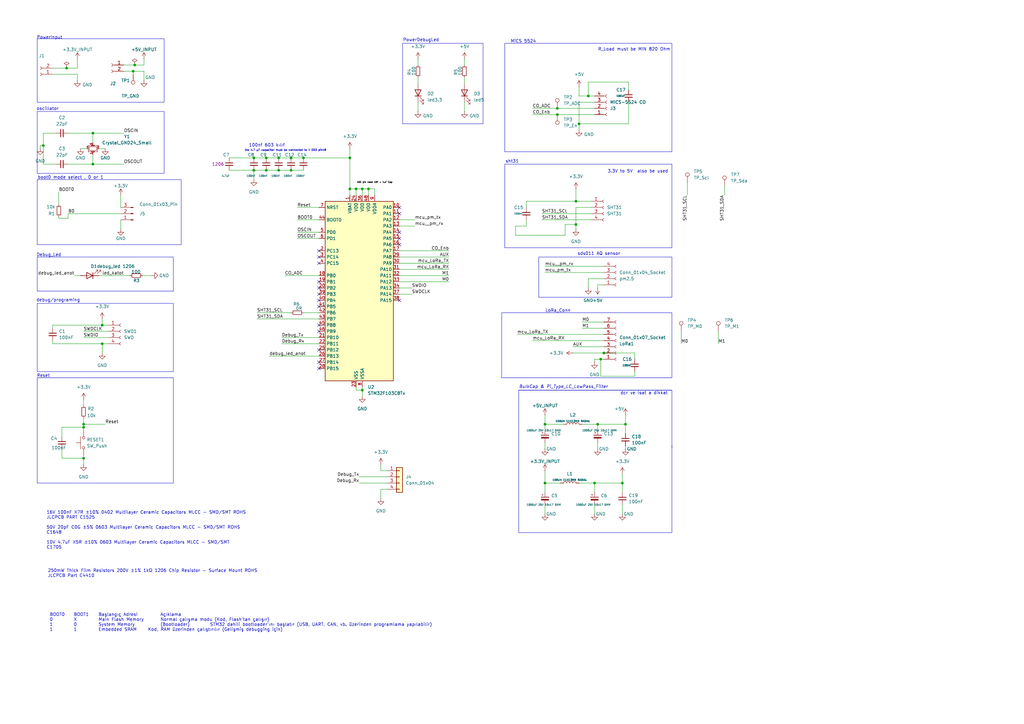
<source format=kicad_sch>
(kicad_sch (version 20250114) (generator "eeschema") (generator_version "9.0")
  (paper "A3")
  (title_block (title "LoRa_Air_Quality_Sensor") (company "Şükrü Demirci / Eren Gültekin") (comment 1 "Tasarım Projesi"))
  (lib_symbols
    (symbol "Connector:Conn_01x02_Socket" (pin_names (offset 1.016) (hide yes))
      (property "Reference" "J" (at 0 2.54 0))
      (property "Value" "Conn_01x02_Socket" (at 0 -5.08 0))
      (symbol "Conn_01x02_Socket_1_1"
        (pin passive line (at -5.08 0 0) (length 3.81) (name "Pin_1") (number "1"))
        (pin passive line (at -5.08 -2.54 0) (length 3.81) (name "Pin_2") (number "2"))
      )
    )
    (symbol "Connector:Conn_01x03_Pin" (pin_names (offset 1.016) (hide yes))
      (property "Reference" "J" (at 0 5.08 0))
      (property "Value" "Conn_01x03_Pin" (at 0 -5.08 0))
      (symbol "Conn_01x03_Pin_1_1"
        (pin passive line (at 5.08 2.54 180) (length 3.81) (name "Pin_1") (number "1"))
        (pin passive line (at 5.08 0 180) (length 3.81) (name "Pin_2") (number "2"))
        (pin passive line (at 5.08 -2.54 180) (length 3.81) (name "Pin_3") (number "3"))
      )
    )
    (symbol "Connector:Conn_01x04_Socket" (pin_names (offset 1.016) (hide yes))
      (property "Reference" "J" (at 0 5.08 0))
      (property "Value" "Conn_01x04_Socket" (at 0 -7.62 0))
      (symbol "Conn_01x04_Socket_1_1"
        (pin passive line (at -5.08 2.54 0) (length 3.81) (name "Pin_1") (number "1"))
        (pin passive line (at -5.08 0 0) (length 3.81) (name "Pin_2") (number "2"))
        (pin passive line (at -5.08 -2.54 0) (length 3.81) (name "Pin_3") (number "3"))
        (pin passive line (at -5.08 -5.08 0) (length 3.81) (name "Pin_4") (number "4"))
      )
    )
    (symbol "Connector:Conn_01x07_Socket" (pin_names (offset 1.016) (hide yes))
      (property "Reference" "J" (at 0 10.16 0))
      (property "Value" "Conn_01x07_Socket" (at 0 -10.16 0))
      (symbol "Conn_01x07_Socket_1_1"
        (pin passive line (at -5.08 7.62 0) (length 3.81) (name "Pin_1") (number "1"))
        (pin passive line (at -5.08 5.08 0) (length 3.81) (name "Pin_2") (number "2"))
        (pin passive line (at -5.08 2.54 0) (length 3.81) (name "Pin_3") (number "3"))
        (pin passive line (at -5.08 0 0) (length 3.81) (name "Pin_4") (number "4"))
        (pin passive line (at -5.08 -2.54 0) (length 3.81) (name "Pin_5") (number "5"))
        (pin passive line (at -5.08 -5.08 0) (length 3.81) (name "Pin_6") (number "6"))
        (pin passive line (at -5.08 -7.62 0) (length 3.81) (name "Pin_7") (number "7"))
      )
    )
    (symbol "Connector:TestPoint" (pin_numbers (hide yes)) (pin_names (offset 0.762) (hide yes))
      (property "Reference" "TP" (at 0 6.858 0))
      (property "Value" "TestPoint" (at 0 5.08 0))
      (symbol "TestPoint_1_1"
        (pin passive line (at 0 0 90) (length 2.54) (name "1") (number "1"))
      )
    )
    (symbol "Connector_Generic:Conn_01x04" (pin_names (offset 1.016) (hide yes))
      (property "Reference" "J" (at 0 5.08 0))
      (property "Value" "Conn_01x04" (at 0 -7.62 0))
      (symbol "Conn_01x04_1_1"
        (pin passive line (at -5.08 2.54 0) (length 3.81) (name "Pin_1") (number "1"))
        (pin passive line (at -5.08 0 0) (length 3.81) (name "Pin_2") (number "2"))
        (pin passive line (at -5.08 -2.54 0) (length 3.81) (name "Pin_3") (number "3"))
        (pin passive line (at -5.08 -5.08 0) (length 3.81) (name "Pin_4") (number "4"))
      )
    )
    (symbol "Device:C_Polarized_Small" (pin_numbers (hide yes)) (pin_names (offset 0.254) (hide yes))
      (property "Reference" "C" (at 0.254 1.778 0))
      (property "Value" "C_Polarized_Small" (at 0.254 -2.032 0))
      (symbol "C_Polarized_Small_1_1"
        (pin passive line (at 0 2.54 270) (length 1.8542) (name "~") (number "1"))
        (pin passive line (at 0 -2.54 90) (length 1.8542) (name "~") (number "2"))
      )
    )
    (symbol "Device:C_Small" (pin_numbers (hide yes)) (pin_names (offset 0.254) (hide yes))
      (property "Reference" "C" (at 0.254 1.778 0))
      (property "Value" "C_Small" (at 0.254 -2.032 0))
      (symbol "C_Small_1_1"
        (pin passive line (at 0 2.54 270) (length 2.032) (name "~") (number "1"))
        (pin passive line (at 0 -2.54 90) (length 2.032) (name "~") (number "2"))
      )
    )
    (symbol "Device:Crystal_GND24_Small" (pin_names (offset 1.016) (hide yes))
      (property "Reference" "Y" (at 1.27 4.445 0))
      (property "Value" "Crystal_GND24_Small" (at 1.27 2.54 0))
      (symbol "Crystal_GND24_Small_1_1"
        (pin passive line (at -2.54 0 0) (length 1.27) (name "1") (number "1"))
        (pin passive line (at 0 2.54 270) (length 0.635) (name "4") (number "4"))
        (pin passive line (at 0 -2.54 90) (length 0.635) (name "2") (number "2"))
        (pin passive line (at 2.54 0 180) (length 1.27) (name "3") (number "3"))
      )
    )
    (symbol "Device:L" (pin_numbers (hide yes)) (pin_names (offset 1.016) (hide yes))
      (property "Reference" "L" (at -1.27 0 90))
      (property "Value" "L" (at 1.905 0 90))
      (symbol "L_1_1"
        (pin passive line (at 0 3.81 270) (length 1.27) (name "1") (number "1"))
        (pin passive line (at 0 -3.81 90) (length 1.27) (name "2") (number "2"))
      )
    )
    (symbol "Device:LED" (pin_numbers (hide yes)) (pin_names (offset 1.016) (hide yes))
      (property "Reference" "D" (at 0 2.54 0))
      (property "Value" "LED" (at 0 -2.54 0))
      (symbol "LED_1_1"
        (pin passive line (at -3.81 0 0) (length 2.54) (name "K") (number "1"))
        (pin passive line (at 3.81 0 180) (length 2.54) (name "A") (number "2"))
      )
    )
    (symbol "Device:R_Small" (pin_numbers (hide yes)) (pin_names (offset 0.254) (hide yes))
      (property "Reference" "R" (at 0.762 0.508 0))
      (property "Value" "R_Small" (at 0.762 -1.016 0))
      (symbol "R_Small_1_1"
        (pin passive line (at 0 2.54 270) (length 0.762) (name "~") (number "1"))
        (pin passive line (at 0 -2.54 90) (length 0.762) (name "~") (number "2"))
      )
    )
    (symbol "MCU_ST_STM32F1:STM32F103C8Tx"
      (property "Reference" "U" (at -12.7 39.37 0))
      (property "Value" "STM32F103C8Tx" (at 10.16 39.37 0))
      (symbol "STM32F103C8Tx_1_1"
        (pin input line (at -15.24 35.56 0) (length 2.54) (name "NRST") (number "7"))
        (pin input line (at -15.24 30.48 0) (length 2.54) (name "BOOT0") (number "44"))
        (pin bidirectional line (at -15.24 25.4 0) (length 2.54) (name "PD0") (number "5"))
        (pin bidirectional line (at -15.24 22.86 0) (length 2.54) (name "PD1") (number "6"))
        (pin bidirectional line (at -15.24 17.78 0) (length 2.54) (name "PC13") (number "2"))
        (pin bidirectional line (at -15.24 15.24 0) (length 2.54) (name "PC14") (number "3"))
        (pin bidirectional line (at -15.24 12.7 0) (length 2.54) (name "PC15") (number "4"))
        (pin bidirectional line (at -15.24 7.62 0) (length 2.54) (name "PB0") (number "18"))
        (pin bidirectional line (at -15.24 5.08 0) (length 2.54) (name "PB1") (number "19"))
        (pin bidirectional line (at -15.24 2.54 0) (length 2.54) (name "PB2") (number "20"))
        (pin bidirectional line (at -15.24 0 0) (length 2.54) (name "PB3") (number "39"))
        (pin bidirectional line (at -15.24 -2.54 0) (length 2.54) (name "PB4") (number "40"))
        (pin bidirectional line (at -15.24 -5.08 0) (length 2.54) (name "PB5") (number "41"))
        (pin bidirectional line (at -15.24 -7.62 0) (length 2.54) (name "PB6") (number "42"))
        (pin bidirectional line (at -15.24 -10.16 0) (length 2.54) (name "PB7") (number "43"))
        (pin bidirectional line (at -15.24 -12.7 0) (length 2.54) (name "PB8") (number "45"))
        (pin bidirectional line (at -15.24 -15.24 0) (length 2.54) (name "PB9") (number "46"))
        (pin bidirectional line (at -15.24 -17.78 0) (length 2.54) (name "PB10") (number "21"))
        (pin bidirectional line (at -15.24 -20.32 0) (length 2.54) (name "PB11") (number "22"))
        (pin bidirectional line (at -15.24 -22.86 0) (length 2.54) (name "PB12") (number "25"))
        (pin bidirectional line (at -15.24 -25.4 0) (length 2.54) (name "PB13") (number "26"))
        (pin bidirectional line (at -15.24 -27.94 0) (length 2.54) (name "PB14") (number "27"))
        (pin bidirectional line (at -15.24 -30.48 0) (length 2.54) (name "PB15") (number "28"))
        (pin power_in line (at -2.54 40.64 270) (length 2.54) (name "VBAT") (number "1"))
        (pin power_in line (at 0 40.64 270) (length 2.54) (name "VDD") (number "24"))
        (pin power_in line (at 0 -38.1 90) (length 2.54) (name "VSS") (number "23"))
        (pin passive line (at 0 -38.1 90) (length 2.54) (hide yes) (name "VSS") (number "35"))
        (pin passive line (at 0 -38.1 90) (length 2.54) (hide yes) (name "VSS") (number "47"))
        (pin power_in line (at 2.54 40.64 270) (length 2.54) (name "VDD") (number "36"))
        (pin power_in line (at 2.54 -38.1 90) (length 2.54) (name "VSSA") (number "8"))
        (pin power_in line (at 5.08 40.64 270) (length 2.54) (name "VDD") (number "48"))
        (pin power_in line (at 7.62 40.64 270) (length 2.54) (name "VDDA") (number "9"))
        (pin bidirectional line (at 17.78 35.56 180) (length 2.54) (name "PA0") (number "10"))
        (pin bidirectional line (at 17.78 33.02 180) (length 2.54) (name "PA1") (number "11"))
        (pin bidirectional line (at 17.78 30.48 180) (length 2.54) (name "PA2") (number "12"))
        (pin bidirectional line (at 17.78 27.94 180) (length 2.54) (name "PA3") (number "13"))
        (pin bidirectional line (at 17.78 25.4 180) (length 2.54) (name "PA4") (number "14"))
        (pin bidirectional line (at 17.78 22.86 180) (length 2.54) (name "PA5") (number "15"))
        (pin bidirectional line (at 17.78 20.32 180) (length 2.54) (name "PA6") (number "16"))
        (pin bidirectional line (at 17.78 17.78 180) (length 2.54) (name "PA7") (number "17"))
        (pin bidirectional line (at 17.78 15.24 180) (length 2.54) (name "PA8") (number "29"))
        (pin bidirectional line (at 17.78 12.7 180) (length 2.54) (name "PA9") (number "30"))
        (pin bidirectional line (at 17.78 10.16 180) (length 2.54) (name "PA10") (number "31"))
        (pin bidirectional line (at 17.78 7.62 180) (length 2.54) (name "PA11") (number "32"))
        (pin bidirectional line (at 17.78 5.08 180) (length 2.54) (name "PA12") (number "33"))
        (pin bidirectional line (at 17.78 2.54 180) (length 2.54) (name "PA13") (number "34"))
        (pin bidirectional line (at 17.78 0 180) (length 2.54) (name "PA14") (number "37"))
        (pin bidirectional line (at 17.78 -2.54 180) (length 2.54) (name "PA15") (number "38"))
      )
    )
    (symbol "Switch:SW_Push" (pin_numbers (hide yes)) (pin_names (offset 1.016) (hide yes))
      (property "Reference" "SW" (at 1.27 2.54 0))
      (property "Value" "SW_Push" (at 0 -1.524 0))
      (symbol "SW_Push_0_1"
        (pin passive line (at -5.08 0 0) (length 2.54) (name "1") (number "1"))
        (pin passive line (at 5.08 0 180) (length 2.54) (name "2") (number "2"))
      )
    )
    (symbol "power:+3.3V" (power) (pin_numbers (hide yes)) (pin_names (offset 0) (hide yes))
      (property "Value" "+3.3V" (at 0 3.556 0))
      (symbol "+3.3V_1_1"
        (pin power_in line (at 0 0 90) (length 0) (name "~") (number "1"))
      )
    )
    (symbol "power:+5V" (power) (pin_numbers (hide yes)) (pin_names (offset 0) (hide yes))
      (property "Value" "+5V" (at 0 3.556 0))
      (symbol "+5V_1_1"
        (pin power_in line (at 0 0 90) (length 0) (name "~") (number "1"))
      )
    )
    (symbol "power:GND" (power) (pin_numbers (hide yes)) (pin_names (offset 0) (hide yes))
      (property "Value" "GND" (at 0 -3.81 0))
      (symbol "GND_1_1"
        (pin power_in line (at 0 0 270) (length 0) (name "~") (number "1"))
      )
    )
    (symbol "power:PWR_FLAG" (power) (pin_numbers (hide yes)) (pin_names (offset 0) (hide yes))
      (property "Value" "PWR_FLAG" (at 0 3.81 0))
      (symbol "PWR_FLAG_0_0"
        (pin power_out line (at 0 0 90) (length 0) (name "~") (number "1"))
      )
    )
  )
  (rectangle (start 15.24 154.94) (end 71.12 198.12))
  (rectangle (start 220.98 105.41) (end 275.59 121.92))
  (rectangle (start 207.01 67.31) (end 275.59 101.6))
  (rectangle (start 207.01 17.78) (end 275.59 62.23))
  (rectangle (start 212.725 160.02) (end 275.59 218.44))
  (rectangle (start 165.1 17.78) (end 198.12 50.8))
  (rectangle (start 15.24 105.41) (end 71.12 119.38))
  (rectangle (start 15.24 124.46) (end 71.12 152.4))
  (rectangle (start 205.74 128.27) (end 275.59 154.94))
  (rectangle (start 15.24 73.66) (end 74.295 100.33))
  (rectangle (start 15.24 15.875) (end 67.31 41.91))
  (rectangle (start 15.24 45.72) (end 67.31 71.12))
  (text "16V 100nF X7R ±10% 0402 Multilayer Ceramic Capacitors MLCC - SMD/SMT ROHS\nJLCPCB PART C1525\n\n50V 20pF C0G ±5% 0603 Multilayer Ceramic Capacitors MLCC - SMD/SMT ROHS\nC1648\n\n10V 4.7uF X5R ±10% 0603 Multilayer Ceramic Capacitors MLCC - SMD/SMT\nC1705" (at 19.05 209.55 0) (effects (font (size 1.27 1.27)) (justify left top)))
  (text "BulkCap & Pi_Type_LC_LowPass_Filter\n" (at 231.14 158.75 0) (effects (font (size 1.27 1.27) (italic yes))))
  (text "sds011 AQ sensor\n" (at 245.618 104.14 0) (effects (font (size 1.27 1.27))))
  (text "boot0 mode select , 0 or 1\n" (at 28.956 72.898 0) (effects (font (size 1.27 1.27))))
  (text "3.3V to 5V  also be used\n\n" (at 261.62 69.596 0) (effects (font (size 1.27 1.27)) (justify top)))
  (text "BOOT0	BOOT1	Başlangıç Adresi	Açıklama\n0		X		Main Flash Memory	Normal çalışma modu (Kod, Flash'tan çalışır)\n1		0		System Memory 		(Bootloader)	STM32 dahili bootloader'ını başlatır (USB, UART, CAN, vb. üzerinden programlama yapılabilir)\n1		1		Embedded SRAM	Kod, RAM üzerinden çalıştırılır (Gelişmiş debugging için)" (at 20.32 255.27 0) (effects (font (size 1.27 1.27)) (justify left)))
  (text "PowerDebugLed\n" (at 172.72 16.51 0) (effects (font (size 1.27 1.27))))
  (text "Debug_Led\n" (at 20.066 104.648 0) (effects (font (size 1.27 1.27))))
  (text "sht31\n" (at 210.058 66.294 0) (effects (font (size 1.27 1.27))))
  (text "the 4.7 μF capacitor must be connected to V DD3 pin48\n" (at 117.094 61.722 0) (effects (font (size 0.762 0.762))))
  (text "R_Load must be MIN 820 Ohm " (at 260.604 20.32 0) (effects (font (size 1.27 1.27))))
  (text "ADC pin need 10F + 1uF Cap\n" (at 153.67 74.93 0) (effects (font (size 0.635 0.635))))
  (text "LoRa_Conn\n" (at 228.854 127.508 0) (effects (font (size 1.27 1.27))))
  (text "oscillator" (at 19.558 44.704 0) (effects (font (size 1.27 1.27))))
  (text "dcr ve Isat a dikkat\n" (at 264.16 161.29 0) (effects (font (size 1.27 1.27))))
  (text "MiCS 5524\n" (at 214.63 17.018 0) (effects (font (size 1.27 1.27))))
  (text "100nf 603 kılıf\n" (at 109.474 59.69 0) (effects (font (size 1.27 1.27))))
  (text "250mW Thick Film Resistors 200V ±1% 1kΩ 1206 Chip Resistor - Surface Mount ROHS\nJLCPCB Part C4410" (at 19.558 235.204 0) (effects (font (size 1.27 1.27)) (justify left)))
  (text "debug/programing\n" (at 23.876 123.19 0) (effects (font (size 1.27 1.27))))
  (text "Reset\n" (at 17.78 154.178 0) (effects (font (size 1.27 1.27))))
  (text "PowerInput\n\n" (at 20.32 16.51 0) (effects (font (size 1.27 1.27))))
  (junction (at 41.91 140.97))
  (junction (at 104.14 69.85))
  (junction (at 55.245 26.67))
  (junction (at 124.46 64.77))
  (junction (at 34.29 187.96))
  (junction (at 148.59 77.47))
  (junction (at 228.6 44.45))
  (junction (at 114.3 69.85))
  (junction (at 38.1 67.31))
  (junction (at 34.29 173.99))
  (junction (at 109.22 69.85))
  (junction (at 109.22 64.77))
  (junction (at 255.27 198.12))
  (junction (at 151.13 77.47))
  (junction (at 146.05 77.47))
  (junction (at 236.22 82.55))
  (junction (at 143.51 77.47))
  (junction (at 245.11 173.99))
  (junction (at 247.65 144.78))
  (junction (at 228.6 46.99))
  (junction (at 243.84 198.12))
  (junction (at 236.22 92.075))
  (junction (at 114.3 64.77))
  (junction (at 223.52 198.12))
  (junction (at 119.38 64.77))
  (junction (at 38.1 54.61))
  (junction (at 256.54 173.99))
  (junction (at 104.14 64.77))
  (junction (at 27.305 27.94))
  (junction (at 17.78 59.69))
  (junction (at 119.38 69.85))
  (junction (at 54.61 29.21))
  (junction (at 237.49 50.8))
  (junction (at 246.38 147.32))
  (junction (at 41.91 133.35))
  (junction (at 223.52 173.99))
  (junction (at 148.59 160.02))
  (junction (at 241.3 39.37))
  (junction (at 143.51 64.77))
  (junction (at 34.29 175.26))
  (no_connect (at 130.81 107.95))
  (no_connect (at 130.81 115.57))
  (no_connect (at 130.81 148.59))
  (no_connect (at 163.83 100.33))
  (no_connect (at 130.81 143.51))
  (no_connect (at 130.81 125.73))
  (no_connect (at 163.83 95.25))
  (no_connect (at 130.81 151.13))
  (no_connect (at 130.81 135.89))
  (no_connect (at 130.81 120.65))
  (no_connect (at 130.81 105.41))
  (no_connect (at 163.83 85.09))
  (no_connect (at 130.81 133.35))
  (no_connect (at 163.83 97.79))
  (no_connect (at 130.81 102.87))
  (no_connect (at 130.81 118.11))
  (no_connect (at 163.83 87.63))
  (no_connect (at 163.83 123.19))
  (no_connect (at 130.81 123.19))
  (wire (pts (xy 41.91 130.81) (xy 41.91 133.35)))
  (wire (pts (xy 163.83 102.87) (xy 184.15 102.87)))
  (wire (pts (xy 34.29 138.43) (xy 44.45 138.43)))
  (wire (pts (xy 190.5 41.91) (xy 190.5 45.72)))
  (wire (pts (xy 105.41 128.27) (xy 119.38 128.27)))
  (wire (pts (xy 119.38 64.77) (xy 124.46 64.77)))
  (wire (pts (xy 190.5 31.75) (xy 190.5 34.29)))
  (wire (pts (xy 34.29 173.99) (xy 43.18 173.99)))
  (wire (pts (xy 93.98 64.77) (xy 104.14 64.77)))
  (wire (pts (xy 246.38 154.305) (xy 260.35 154.305)))
  (wire (pts (xy 21.59 140.97) (xy 41.91 140.97)))
  (wire (pts (xy 281.94 74.93) (xy 281.94 80.01)))
  (wire (pts (xy 256.54 170.18) (xy 256.54 173.99)))
  (wire (pts (xy 218.44 139.7) (xy 247.65 139.7)))
  (wire (pts (xy 184.15 113.03) (xy 163.83 113.03)))
  (wire (pts (xy 34.29 135.89) (xy 44.45 135.89)))
  (wire (pts (xy 147.32 195.58) (xy 158.75 195.58)))
  (wire (pts (xy 223.52 198.12) (xy 223.52 201.93)))
  (wire (pts (xy 27.94 87.63) (xy 49.53 87.63)))
  (wire (pts (xy 40.64 113.03) (xy 53.34 113.03)))
  (wire (pts (xy 34.29 175.26) (xy 34.29 176.53)))
  (wire (pts (xy 50.8 29.21) (xy 54.61 29.21)))
  (wire (pts (xy 247.65 116.84) (xy 245.11 116.84)))
  (wire (pts (xy 104.14 69.85) (xy 109.22 69.85)))
  (wire (pts (xy 243.84 39.37) (xy 241.3 39.37)))
  (wire (pts (xy 156.21 193.04) (xy 158.75 193.04)))
  (wire (pts (xy 151.13 77.47) (xy 151.13 80.01)))
  (wire (pts (xy 25.4 179.07) (xy 25.4 175.26)))
  (wire (pts (xy 21.59 139.7) (xy 21.59 140.97)))
  (wire (pts (xy 38.1 67.31) (xy 50.8 67.31)))
  (wire (pts (xy 163.83 120.65) (xy 168.91 120.65)))
  (wire (pts (xy 255.27 207.01) (xy 255.27 210.82)))
  (wire (pts (xy 114.3 69.85) (xy 119.38 69.85)))
  (wire (pts (xy 257.81 41.91) (xy 257.81 50.8)))
  (wire (pts (xy 148.59 77.47) (xy 148.59 80.01)))
  (wire (pts (xy 237.49 41.91) (xy 243.84 41.91)))
  (wire (pts (xy 33.02 60.96) (xy 35.56 60.96)))
  (wire (pts (xy 147.32 198.12) (xy 158.75 198.12)))
  (wire (pts (xy 297.18 76.2) (xy 297.18 80.01)))
  (wire (pts (xy 21.59 30.48) (xy 31.75 30.48)))
  (wire (pts (xy 104.14 69.85) (xy 104.14 73.66)))
  (wire (pts (xy 257.81 50.8) (xy 237.49 50.8)))
  (wire (pts (xy 156.21 204.47) (xy 156.21 200.66)))
  (wire (pts (xy 124.46 128.27) (xy 130.81 128.27)))
  (wire (pts (xy 119.38 69.85) (xy 124.46 69.85)))
  (wire (pts (xy 153.67 77.47) (xy 153.67 80.01)))
  (wire (pts (xy 59.055 29.21) (xy 59.055 33.02)))
  (wire (pts (xy 257.81 33.655) (xy 241.3 33.655)))
  (wire (pts (xy 156.21 200.66) (xy 158.75 200.66)))
  (wire (pts (xy 218.44 46.99) (xy 228.6 46.99)))
  (wire (pts (xy 223.52 111.76) (xy 247.65 111.76)))
  (wire (pts (xy 190.5 24.13) (xy 190.5 26.67)))
  (wire (pts (xy 114.3 64.77) (xy 119.38 64.77)))
  (wire (pts (xy 148.59 160.02) (xy 148.59 162.56)))
  (wire (pts (xy 223.52 181.61) (xy 223.52 184.15)))
  (wire (pts (xy 146.05 77.47) (xy 148.59 77.47)))
  (wire (pts (xy 146.05 77.47) (xy 146.05 80.01)))
  (polyline (pts (xy 275.59 182.88) (xy 275.59 183.515)))
  (wire (pts (xy 231.14 173.99) (xy 223.52 173.99)))
  (wire (pts (xy 171.45 31.75) (xy 171.45 34.29)))
  (wire (pts (xy 27.94 54.61) (xy 38.1 54.61)))
  (wire (pts (xy 171.45 41.91) (xy 171.45 45.72)))
  (wire (pts (xy 116.84 113.03) (xy 130.81 113.03)))
  (wire (pts (xy 54.61 29.21) (xy 54.61 30.48)))
  (wire (pts (xy 234.95 144.78) (xy 247.65 144.78)))
  (wire (pts (xy 24.13 89.535) (xy 24.13 88.9)))
  (wire (pts (xy 31.75 27.94) (xy 27.305 27.94)))
  (wire (pts (xy 223.52 173.99) (xy 223.52 176.53)))
  (wire (pts (xy 218.44 44.45) (xy 228.6 44.45)))
  (wire (pts (xy 245.11 181.61) (xy 245.11 184.15)))
  (wire (pts (xy 237.49 198.12) (xy 243.84 198.12)))
  (wire (pts (xy 121.92 85.09) (xy 130.81 85.09)))
  (wire (pts (xy 41.91 144.78) (xy 41.91 140.97)))
  (wire (pts (xy 260.35 147.32) (xy 260.35 144.78)))
  (wire (pts (xy 211.455 92.71) (xy 215.9 92.71)))
  (wire (pts (xy 50.8 26.67) (xy 55.245 26.67)))
  (wire (pts (xy 255.27 198.12) (xy 243.84 198.12)))
  (wire (pts (xy 121.92 97.79) (xy 130.81 97.79)))
  (wire (pts (xy 234.95 142.24) (xy 247.65 142.24)))
  (wire (pts (xy 236.22 85.09) (xy 242.57 85.09)))
  (wire (pts (xy 260.35 154.305) (xy 260.35 152.4)))
  (wire (pts (xy 21.59 134.62) (xy 21.59 133.35)))
  (wire (pts (xy 228.6 46.99) (xy 243.84 46.99)))
  (wire (pts (xy 256.54 182.88) (xy 256.54 184.15)))
  (wire (pts (xy 59.055 24.13) (xy 59.055 26.67)))
  (wire (pts (xy 59.055 26.67) (xy 55.245 26.67)))
  (wire (pts (xy 93.98 69.85) (xy 104.14 69.85)))
  (wire (pts (xy 30.48 113.03) (xy 33.02 113.03)))
  (wire (pts (xy 212.09 137.16) (xy 247.65 137.16)))
  (wire (pts (xy 245.11 173.99) (xy 256.54 173.99)))
  (wire (pts (xy 22.86 54.61) (xy 17.78 54.61)))
  (wire (pts (xy 243.84 147.32) (xy 246.38 147.32)))
  (wire (pts (xy 143.51 60.96) (xy 143.51 64.77)))
  (wire (pts (xy 255.27 198.12) (xy 255.27 201.93)))
  (wire (pts (xy 243.84 207.01) (xy 243.84 210.82)))
  (wire (pts (xy 21.59 133.35) (xy 41.91 133.35)))
  (wire (pts (xy 54.61 29.21) (xy 59.055 29.21)))
  (wire (pts (xy 115.57 138.43) (xy 130.81 138.43)))
  (wire (pts (xy 228.6 44.45) (xy 243.84 44.45)))
  (wire (pts (xy 238.76 173.99) (xy 245.11 173.99)))
  (wire (pts (xy 143.51 64.77) (xy 143.51 77.47)))
  (wire (pts (xy 34.29 187.96) (xy 34.29 190.5)))
  (wire (pts (xy 215.9 92.71) (xy 215.9 90.17)))
  (wire (pts (xy 27.305 27.94) (xy 21.59 27.94)))
  (wire (pts (xy 40.64 60.96) (xy 43.18 60.96)))
  (wire (pts (xy 143.51 77.47) (xy 146.05 77.47)))
  (wire (pts (xy 31.75 30.48) (xy 31.75 33.02)))
  (wire (pts (xy 34.29 171.45) (xy 34.29 173.99)))
  (wire (pts (xy 222.25 90.17) (xy 242.57 90.17)))
  (wire (pts (xy 215.9 82.55) (xy 236.22 82.55)))
  (wire (pts (xy 27.94 87.63) (xy 27.94 89.535)))
  (wire (pts (xy 222.25 87.63) (xy 242.57 87.63)))
  (wire (pts (xy 17.78 59.69) (xy 17.78 67.31)))
  (wire (pts (xy 41.91 140.97) (xy 44.45 140.97)))
  (wire (pts (xy 211.455 92.71) (xy 211.455 96.52)))
  (wire (pts (xy 163.83 115.57) (xy 184.15 115.57)))
  (wire (pts (xy 34.29 163.83) (xy 34.29 166.37)))
  (wire (pts (xy 25.4 175.26) (xy 34.29 175.26)))
  (wire (pts (xy 247.65 109.22) (xy 223.52 109.22)))
  (wire (pts (xy 236.22 77.47) (xy 236.22 82.55)))
  (wire (pts (xy 163.83 92.71) (xy 170.18 92.71)))
  (wire (pts (xy 245.11 176.53) (xy 245.11 173.99)))
  (wire (pts (xy 41.91 133.35) (xy 44.45 133.35)))
  (wire (pts (xy 246.38 147.32) (xy 247.65 147.32)))
  (wire (pts (xy 124.46 64.77) (xy 143.51 64.77)))
  (wire (pts (xy 38.1 54.61) (xy 38.1 58.42)))
  (wire (pts (xy 223.52 170.18) (xy 223.52 173.99)))
  (wire (pts (xy 163.83 118.11) (xy 168.91 118.11)))
  (wire (pts (xy 34.29 186.69) (xy 34.29 187.96)))
  (wire (pts (xy 38.1 54.61) (xy 50.8 54.61)))
  (wire (pts (xy 25.4 184.15) (xy 25.4 187.96)))
  (wire (pts (xy 146.05 160.02) (xy 148.59 160.02)))
  (wire (pts (xy 241.3 39.37) (xy 237.49 39.37)))
  (wire (pts (xy 27.94 89.535) (xy 24.13 89.535)))
  (wire (pts (xy 236.22 85.09) (xy 236.22 92.075)))
  (wire (pts (xy 247.65 144.78) (xy 260.35 144.78)))
  (wire (pts (xy 231.775 96.52) (xy 231.775 92.075)))
  (wire (pts (xy 115.57 140.97) (xy 130.81 140.97)))
  (wire (pts (xy 243.84 148.59) (xy 243.84 147.32)))
  (wire (pts (xy 104.14 64.77) (xy 109.22 64.77)))
  (wire (pts (xy 163.83 110.49) (xy 184.15 110.49)))
  (wire (pts (xy 156.21 190.5) (xy 156.21 193.04)))
  (wire (pts (xy 146.05 158.75) (xy 146.05 160.02)))
  (wire (pts (xy 17.78 54.61) (xy 17.78 59.69)))
  (wire (pts (xy 148.59 77.47) (xy 151.13 77.47)))
  (wire (pts (xy 16.51 60.96) (xy 16.51 59.69)))
  (wire (pts (xy 236.22 92.075) (xy 236.22 93.98)))
  (wire (pts (xy 243.84 201.93) (xy 243.84 198.12)))
  (wire (pts (xy 163.83 105.41) (xy 184.15 105.41)))
  (wire (pts (xy 223.52 193.04) (xy 223.52 198.12)))
  (wire (pts (xy 151.13 77.47) (xy 153.67 77.47)))
  (wire (pts (xy 236.22 82.55) (xy 242.57 82.55)))
  (wire (pts (xy 229.87 198.12) (xy 223.52 198.12)))
  (wire (pts (xy 148.59 158.75) (xy 148.59 160.02)))
  (wire (pts (xy 49.53 90.17) (xy 49.53 93.98)))
  (wire (pts (xy 237.49 41.91) (xy 237.49 50.8)))
  (wire (pts (xy 171.45 24.13) (xy 171.45 26.67)))
  (wire (pts (xy 49.53 80.01) (xy 49.53 85.09)))
  (wire (pts (xy 163.83 107.95) (xy 184.15 107.95)))
  (wire (pts (xy 247.65 114.3) (xy 241.3 114.3)))
  (wire (pts (xy 237.49 35.56) (xy 237.49 39.37)))
  (wire (pts (xy 256.54 173.99) (xy 256.54 177.8)))
  (wire (pts (xy 25.4 187.96) (xy 34.29 187.96)))
  (wire (pts (xy 17.78 67.31) (xy 22.86 67.31)))
  (wire (pts (xy 241.3 114.3) (xy 241.3 118.11)))
  (wire (pts (xy 279.4 135.89) (xy 279.4 140.97)))
  (wire (pts (xy 16.51 59.69) (xy 17.78 59.69)))
  (wire (pts (xy 238.76 132.08) (xy 247.65 132.08)))
  (wire (pts (xy 241.3 33.655) (xy 241.3 39.37)))
  (wire (pts (xy 109.22 69.85) (xy 114.3 69.85)))
  (wire (pts (xy 121.92 95.25) (xy 130.81 95.25)))
  (wire (pts (xy 237.49 50.8) (xy 237.49 53.34)))
  (wire (pts (xy 163.83 90.17) (xy 170.18 90.17)))
  (wire (pts (xy 105.41 130.81) (xy 130.81 130.81)))
  (wire (pts (xy 109.22 64.77) (xy 114.3 64.77)))
  (wire (pts (xy 238.76 134.62) (xy 247.65 134.62)))
  (wire (pts (xy 24.13 78.74) (xy 24.13 83.82)))
  (wire (pts (xy 294.64 135.89) (xy 294.64 140.97)))
  (wire (pts (xy 143.51 77.47) (xy 143.51 80.01)))
  (wire (pts (xy 121.92 90.17) (xy 130.81 90.17)))
  (wire (pts (xy 211.455 96.52) (xy 231.775 96.52)))
  (wire (pts (xy 38.1 63.5) (xy 38.1 67.31)))
  (wire (pts (xy 255.27 194.31) (xy 255.27 198.12)))
  (wire (pts (xy 31.75 24.13) (xy 31.75 27.94)))
  (wire (pts (xy 231.775 92.075) (xy 236.22 92.075)))
  (wire (pts (xy 246.38 147.32) (xy 246.38 154.305)))
  (wire (pts (xy 110.49 146.05) (xy 130.81 146.05)))
  (wire (pts (xy 223.52 207.01) (xy 223.52 210.82)))
  (wire (pts (xy 257.81 36.83) (xy 257.81 33.655)))
  (wire (pts (xy 27.94 67.31) (xy 38.1 67.31)))
  (wire (pts (xy 245.11 116.84) (xy 245.11 118.11)))
  (wire (pts (xy 58.42 113.03) (xy 62.23 113.03)))
  (polyline (pts (xy 212.725 160.02) (xy 275.59 160.02)))
  (wire (pts (xy 34.29 173.99) (xy 34.29 175.26)))
  (wire (pts (xy 215.9 85.09) (xy 215.9 82.55)))
  (label "mcu_LoRa_TX" (at 212.09 137.16 0))
  (label "SWDIO" (at 34.29 138.43 0))
  (label "BOOT0" (at 24.13 78.74 0))
  (label "M0" (at 279.4 140.97 0))
  (label "OSCOUT" (at 121.92 97.79 0))
  (label "Reset" (at 43.18 173.99 0))
  (label "M0" (at 184.15 115.57 180))
  (label "Debug_Rx" (at 147.32 198.12 180))
  (label "CO_Enb" (at 218.44 46.99 0))
  (label "SHT31_SCL" (at 105.41 128.27 0))
  (label "SWDCLK" (at 34.29 135.89 0))
  (label "OSCIN" (at 121.92 95.25 0))
  (label "SHT31_SDA" (at 105.41 130.81 0))
  (label "mcu__pm_rx" (at 170.18 92.71 0))
  (label "Debug_Tx" (at 115.57 138.43 0))
  (label "Debug_Tx" (at 147.32 195.58 180))
  (label "CO_ADC" (at 116.84 113.03 0))
  (label "Reset" (at 121.92 85.09 0))
  (label "mcu_LoRa_RX" (at 218.44 139.7 0))
  (label "SHT31_SDA" (at 297.18 80.01 270))
  (label "M0" (at 238.76 132.08 0))
  (label "mcu_pm_tx" (at 223.52 111.76 0))
  (label "debug_led_anot" (at 30.48 113.03 180))
  (label "OSCOUT" (at 50.8 67.31 0))
  (label "AUX" (at 234.95 142.24 0))
  (label "AUX" (at 184.15 105.41 180))
  (label "led_katot" (at 41.91 113.03 0))
  (label "CO_ADC" (at 218.44 44.45 0))
  (label "mcu__pm_rx" (at 223.52 109.22 0))
  (label "Debug_Rx" (at 115.57 140.97 0))
  (label "SHT31_SCL" (at 281.94 80.01 270))
  (label "BOOT0" (at 121.92 90.17 0))
  (label "debug_led_anot" (at 110.49 146.05 0))
  (label "SHT31_SCL" (at 222.25 87.63 0))
  (label "M1" (at 184.15 113.03 180))
  (label "SHT31_SDA" (at 222.25 90.17 0))
  (label "M1" (at 238.76 134.62 0))
  (label "B0" (at 27.94 87.63 0))
  (label "mcu_pm_tx" (at 170.18 90.17 0))
  (label "OSCIN" (at 50.8 54.61 0))
  (label "mcu_LoRa_TX" (at 184.15 107.95 180))
  (label "mcu_LoRa_RX" (at 184.15 110.49 180))
  (label "M1" (at 294.64 140.97 0))
  (label "SWDCLK" (at 168.91 120.65 0))
  (label "CO_Enb" (at 184.15 102.87 180))
  (label "SWDIO" (at 168.91 118.11 0))
  (symbol (lib_id "Connector:Conn_01x04_Socket") (at 49.53 135.89 0) (unit 1)
    (property "Reference" "SWD1" (at 50.8 135.8899 0) (effects (justify left)))
    (property "Value" "SWD" (at 50.8 138.4299 0) (effects (justify left)))
    (property "Footprint" "Connector_PinHeader_2.54mm:PinHeader_1x04_P2.54mm_Vertical" (effects (hide yes)))
    (property "Description" "Generic connector, single row, 01x04, script generated" (effects (hide yes)))
  )
  (symbol (lib_id "MCU_ST_STM32F1:STM32F103C8Tx") (at 146.05 120.65 0) (unit 1)
    (property "Reference" "U2" (at 150.7841 158.75 0) (effects (justify left)))
    (property "Value" "STM32F103C8Tx" (at 150.7841 161.29 0) (effects (justify left)))
    (property "Footprint" "Package_QFP:LQFP-48_7x7mm_P0.5mm" (effects (hide yes)))
    (property "Datasheet" "https://www.st.com/resource/en/datasheet/stm32f103c8.pdf" (effects (hide yes)))
    (property "Description" "STMicroelectronics Arm Cortex-M3 MCU, 64KB flash, 20KB RAM, 72 MHz, 2.0-3.6V, 37 GPIO, LQFP48" (effects (hide yes)))
  )
  (symbol (lib_id "power:GND") (at 156.21 204.47 0) (unit 1)
    (property "Reference" "#PWR043" (effects (hide yes)))
    (property "Value" "GND" (at 156.21 209.55 0))
    (property "Description" "Power symbol creates a global label with name \"GND\" , ground" (effects (hide yes)))
  )
  (symbol (lib_id "Connector:Conn_01x04_Socket") (at 247.65 85.09 0) (unit 1)
    (property "Reference" "SHT31" (at 248.92 85.0899 0) (effects (justify left)))
    (property "Value" "SHT31" (at 248.92 87.6299 0) (effects (justify left)))
    (property "Footprint" "Connector_PinSocket_2.54mm:PinSocket_1x04_P2.54mm_Vertical" (effects (hide yes)))
    (property "Description" "Generic connector, single row, 01x04, script generated" (effects (hide yes)))
  )
  (symbol (lib_id "Device:L") (at 234.95 173.99 90) (unit 1)
    (property "Reference" "L2" (at 234.95 170.18 90))
    (property "Value" "100UH 11X13MM RADIAL" (at 234.95 172.72 90) (effects (font (size 0.762 0.762))))
    (property "Footprint" "Inductor_THT:L_Radial_D10.0mm_P5.00mm_Neosid_SD12_style3" (effects (hide yes)))
    (property "Description" "Inductor" (effects (hide yes)))
  )
  (symbol (lib_id "power:GND") (at 223.52 184.15 0) (unit 1)
    (property "Reference" "#PWR019" (effects (hide yes)))
    (property "Value" "GND" (at 226.06 184.15 0))
    (property "Description" "Power symbol creates a global label with name \"GND\" , ground" (effects (hide yes)))
  )
  (symbol (lib_id "Device:C_Small") (at 255.27 204.47 0) (unit 1)
    (property "Reference" "C19" (at 257.81 203.2062 0) (effects (justify left)))
    (property "Value" "100nF" (at 257.81 205.7462 0) (effects (justify left)))
    (property "Footprint" "Capacitor_SMD:C_0603_1608Metric_Pad1.08x0.95mm_HandSolder" (effects (hide yes)))
    (property "Datasheet" "https://www.motorobit.com/100nf-50v-10-603-smd-kondansator-10-adet" (effects (hide yes)))
    (property "Description" "Unpolarized capacitor, small symbol" (effects (hide yes)))
  )
  (symbol (lib_id "Connector:TestPoint") (at 294.64 135.89 0) (unit 1)
    (property "Reference" "TP6" (at 297.18 131.3179 0) (effects (justify left)))
    (property "Value" "TP_M1" (at 297.18 133.8579 0) (effects (justify left)))
    (property "Footprint" "TestPoint:TestPoint_Pad_D1.5mm" (effects (hide yes)))
    (property "Description" "test point" (effects (hide yes)))
  )
  (symbol (lib_id "power:+3.3V") (at 171.45 24.13 0) (unit 1)
    (property "Reference" "#PWR022" (effects (hide yes)))
    (property "Value" "+3.3V" (at 171.45 19.05 0))
    (property "Description" "Power symbol creates a global label with name \"+3.3V\"" (effects (hide yes)))
  )
  (symbol (lib_id "power:GND") (at 237.49 53.34 0) (unit 1)
    (property "Reference" "#PWR030" (effects (hide yes)))
    (property "Value" "GND" (at 241.554 55.118 0))
    (property "Description" "Power symbol creates a global label with name \"GND\" , ground" (effects (hide yes)))
  )
  (symbol (lib_id "power:GND") (at 41.91 144.78 0) (unit 1)
    (property "Reference" "#PWR08" (effects (hide yes)))
    (property "Value" "GND" (at 41.91 149.86 0))
    (property "Description" "Power symbol creates a global label with name \"GND\" , ground" (effects (hide yes)))
  )
  (symbol (lib_id "Connector:TestPoint") (at 281.94 74.93 0) (unit 1)
    (property "Reference" "TP5" (at 284.48 70.3579 0) (effects (justify left)))
    (property "Value" "TP_Scl" (at 284.48 72.8979 0) (effects (justify left)))
    (property "Footprint" "TestPoint:TestPoint_Pad_D1.5mm" (effects (hide yes)))
    (property "Description" "test point" (effects (hide yes)))
  )
  (symbol (lib_id "Connector:Conn_01x02_Socket") (at 45.72 26.67 0) (mirror y) (unit 1)
    (property "Reference" "J2" (at 46.355 34.29 0))
    (property "Value" "PowerInput5" (effects (hide yes)))
    (property "Footprint" "Connector_Phoenix_MC:PhoenixContact_MCV_1,5_2-G-3.5_1x02_P3.50mm_Vertical" (effects (hide yes)))
    (property "Datasheet" "https://ozdisan.com/Product/Detail/1202685/DG350-3-5-03P-12-00AH" (effects (hide yes)))
    (property "Description" "Generic connector, single row, 01x02, script generated" (effects (hide yes)))
  )
  (symbol (lib_id "Connector_Generic:Conn_01x04") (at 163.83 195.58 0) (unit 1)
    (property "Reference" "J4" (at 166.37 195.5799 0) (effects (justify left)))
    (property "Value" "Conn_01x04" (at 166.37 198.1199 0) (effects (justify left)))
    (property "Footprint" "Connector_PinHeader_2.54mm:PinHeader_1x04_P2.54mm_Vertical" (effects (hide yes)))
    (property "Description" "Generic connector, single row, 01x04, script generated (kicad-library-utils/schlib/autogen/connector/)" (effects (hide yes)))
  )
  (symbol (lib_id "power:GND") (at 236.22 93.98 0) (unit 1)
    (property "Reference" "#PWR028" (effects (hide yes)))
    (property "Value" "GND" (at 236.22 99.06 0))
    (property "Description" "Power symbol creates a global label with name \"GND\" , ground" (effects (hide yes)))
  )
  (symbol (lib_id "power:GND") (at 31.75 33.02 0) (unit 1)
    (property "Reference" "#PWR03" (effects (hide yes)))
    (property "Value" "GND" (at 35.814 34.798 0))
    (property "Description" "Power symbol creates a global label with name \"GND\" , ground" (effects (hide yes)))
  )
  (symbol (lib_id "power:PWR_FLAG") (at 27.305 27.94 0) (unit 1)
    (property "Reference" "#FLG01" (effects (hide yes)))
    (property "Value" "PWR_FLAG" (effects (hide yes)))
    (property "Description" "Special symbol for telling ERC where power comes from" (effects (hide yes)))
  )
  (symbol (lib_id "power:GND") (at 34.29 190.5 0) (unit 1)
    (property "Reference" "#PWR06" (effects (hide yes)))
    (property "Value" "GND" (at 34.29 195.58 0))
    (property "Description" "Power symbol creates a global label with name \"GND\" , ground" (effects (hide yes)))
  )
  (symbol (lib_id "power:+3.3V") (at 255.27 194.31 0) (unit 1)
    (property "Reference" "#PWR034" (effects (hide yes)))
    (property "Value" "+3.3V" (at 255.27 189.23 0))
    (property "Description" "Power symbol creates a global label with name \"+3.3V\"" (effects (hide yes)))
  )
  (symbol (lib_id "power:GND") (at 243.84 210.82 0) (unit 1)
    (property "Reference" "#PWR035" (effects (hide yes)))
    (property "Value" "GND" (at 246.38 210.82 0))
    (property "Description" "Power symbol creates a global label with name \"GND\" , ground" (effects (hide yes)))
  )
  (symbol (lib_id "power:+5V") (at 223.52 170.18 0) (unit 1)
    (property "Reference" "#PWR018" (effects (hide yes)))
    (property "Value" "+5V_INPUT" (at 223.52 166.37 0))
    (property "Description" "Power symbol creates a global label with name \"+5V\"" (effects (hide yes)))
  )
  (symbol (lib_id "Device:R_Small") (at 55.88 113.03 270) (mirror x) (unit 1)
    (property "Reference" "R3" (at 54.61 115.062 90) (effects (justify left)))
    (property "Value" "100" (at 53.848 111.506 90) (effects (justify left)))
    (property "Footprint" "Resistor_SMD:R_0603_1608Metric" (effects (hide yes)))
    (property "Description" "250mW Thick Film Resistors 200V ±1% 1kΩ 1206 Chip Resistor - Surface Mount ROHS" (effects (hide yes)))
    (property "JLCPCB Part" " C4410" (effects (hide yes)))
  )
  (symbol (lib_id "Connector:Conn_01x03_Pin") (at 54.61 87.63 180) (unit 1)
    (property "Reference" "J5" (at 57.15 87.63 0) (effects (justify right)))
    (property "Value" "Conn_01x03_Pin" (at 57.15 83.82 0) (effects (justify right)))
    (property "Footprint" "Library:SSL-12F20-G4" (effects (hide yes)))
    (property "Description" "Generic connector, single row, 01x03, script generated" (effects (hide yes)))
  )
  (symbol (lib_id "Connector:TestPoint") (at 54.61 30.48 180) (unit 1)
    (property "Reference" "TP1" (at 53.34 33.02 0) (effects (justify left)))
    (property "Value" "TP_GND" (at 57.15 39.37 0) (effects (justify left)))
    (property "Footprint" "TestPoint:TestPoint_Pad_2.0x2.0mm" (effects (hide yes)))
    (property "Description" "test point" (effects (hide yes)))
  )
  (symbol (lib_id "Device:LED") (at 190.5 38.1 90) (unit 1)
    (property "Reference" "D3" (at 194.31 38.4174 90) (effects (justify right)))
    (property "Value" "led5" (at 194.31 40.9574 90) (effects (justify right)))
    (property "Footprint" "LED_SMD:LED_0805_2012Metric_Pad1.15x1.40mm_HandSolder" (effects (hide yes)))
    (property "Datasheet" "https://www.motorobit.com/1206-kilif-kirmizi-smd-led-15-21r6c-an1p22t" (effects (hide yes)))
    (property "Description" "Light emitting diode" (effects (hide yes)))
    (property "kılıf" "1206 kırmızı" (effects (hide yes)))
  )
  (symbol (lib_id "power:+3.3V") (at 143.51 60.96 0) (unit 1)
    (property "Reference" "#PWR020" (effects (hide yes)))
    (property "Value" "+3.3V" (at 143.51 55.88 0))
    (property "Description" "Power symbol creates a global label with name \"+3.3V\"" (effects (hide yes)))
  )
  (symbol (lib_id "power:PWR_FLAG") (at 55.245 26.67 0) (unit 1)
    (property "Reference" "#FLG02" (effects (hide yes)))
    (property "Value" "PWR_FLAG" (effects (hide yes)))
    (property "Description" "Special symbol for telling ERC where power comes from" (effects (hide yes)))
  )
  (symbol (lib_id "Device:C_Small") (at 114.3 67.31 0) (unit 1)
    (property "Reference" "C11" (at 111.76 63.5 0) (effects (justify left)))
    (property "Value" "100nF" (at 111.252 72.136 0) (effects (font (size 0.762 0.762)) (justify left)))
    (property "Footprint" "Capacitor_SMD:C_0603_1608Metric_Pad1.08x0.95mm_HandSolder" (effects (hide yes)))
    (property "Description" "Unpolarized capacitor, small symbol" (effects (hide yes)))
  )
  (symbol (lib_id "power:GND") (at 16.51 60.96 0) (unit 1)
    (property "Reference" "#PWR01" (effects (hide yes)))
    (property "Value" "GND" (at 16.51 66.04 0))
    (property "Description" "Power symbol creates a global label with name \"GND\" , ground" (effects (hide yes)))
  )
  (symbol (lib_id "power:GND") (at 148.59 162.56 0) (unit 1)
    (property "Reference" "#PWR021" (effects (hide yes)))
    (property "Value" "GND" (at 148.59 167.64 0))
    (property "Description" "Power symbol creates a global label with name \"GND\" , ground" (effects (hide yes)))
  )
  (symbol (lib_id "Device:R_Small") (at 121.92 128.27 90) (mirror x) (unit 1)
    (property "Reference" "R6" (at 122.936 124.714 90) (effects (justify left)))
    (property "Value" "0R" (at 123.952 126.492 90) (effects (justify left)))
    (property "Footprint" "Resistor_SMD:R_0603_1608Metric" (effects (hide yes)))
    (property "Description" "Resistor, small symbol" (effects (hide yes)))
  )
  (symbol (lib_id "Connector:Conn_01x07_Socket") (at 252.73 139.7 0) (mirror x) (unit 1)
    (property "Reference" "LoRa1" (at 254 140.9701 0) (effects (justify left)))
    (property "Value" "Conn_01x07_Socket" (at 254 138.4301 0) (effects (justify left)))
    (property "Footprint" "Connector_PinSocket_2.54mm:PinSocket_1x07_P2.54mm_Vertical" (effects (hide yes)))
    (property "Description" "Generic connector, single row, 01x07, script generated" (effects (hide yes)))
  )
  (symbol (lib_id "power:+3.3V") (at 156.21 190.5 0) (unit 1)
    (property "Reference" "#PWR042" (effects (hide yes)))
    (property "Value" "+3.3V" (at 156.21 185.42 0))
    (property "Description" "Power symbol creates a global label with name \"+3.3V\"" (effects (hide yes)))
  )
  (symbol (lib_id "Device:C_Polarized_Small") (at 243.84 204.47 0) (unit 1)
    (property "Reference" "C6" (at 246.38 203.2888 0) (effects (justify left)))
    (property "Value" "1000uF 25V 10x17 5MM" (at 236.22 207.01 0) (effects (font (size 0.762 0.762)) (justify left)))
    (property "Footprint" "Capacitor_THT:CP_Radial_D10.0mm_P5.00mm" (effects (hide yes)))
    (property "Description" "Polarized capacitor, small symbol" (effects (hide yes)))
  )
  (symbol (lib_id "power:+3.3V") (at 34.29 163.83 0) (unit 1)
    (property "Reference" "#PWR05" (effects (hide yes)))
    (property "Value" "+3.3V" (at 34.29 158.75 0))
    (property "Description" "Power symbol creates a global label with name \"+3.3V\"" (effects (hide yes)))
  )
  (symbol (lib_id "power:+3.3V") (at 236.22 77.47 0) (unit 1)
    (property "Reference" "#PWR027" (effects (hide yes)))
    (property "Value" "+3.3V" (at 236.22 72.39 0))
    (property "Description" "Power symbol creates a global label with name \"+3.3V\"" (effects (hide yes)))
  )
  (symbol (lib_id "power:+5V") (at 256.54 170.18 0) (unit 1)
    (property "Reference" "#PWR039" (effects (hide yes)))
    (property "Value" "+5V" (at 254 167.64 0))
    (property "Description" "Power symbol creates a global label with name \"+5V\"" (effects (hide yes)))
  )
  (symbol (lib_id "power:GND") (at 104.14 73.66 0) (unit 1)
    (property "Reference" "#PWR017" (effects (hide yes)))
    (property "Value" "GND" (at 104.14 78.74 0))
    (property "Description" "Power symbol creates a global label with name \"GND\" , ground" (effects (hide yes)))
  )
  (symbol (lib_id "Connector:Conn_01x02_Socket") (at 16.51 30.48 180) (unit 1)
    (property "Reference" "J1" (at 17.145 22.86 0))
    (property "Value" "PowerInput3.3" (effects (hide yes)))
    (property "Footprint" "Connector_Phoenix_MC:PhoenixContact_MCV_1,5_2-G-3.5_1x02_P3.50mm_Vertical" (effects (hide yes)))
    (property "Datasheet" "https://ozdisan.com/Product/Detail/1202685/DG350-3-5-03P-12-00AH" (effects (hide yes)))
    (property "Description" "Generic connector, single row, 01x02, script generated" (effects (hide yes)))
  )
  (symbol (lib_id "Device:Crystal_GND24_Small") (at 38.1 60.96 90) (unit 1)
    (property "Reference" "Y1" (at 52.07 56.0068 90))
    (property "Value" "Crystal_GND24_Small" (at 52.07 58.5468 90))
    (property "Footprint" "Crystal:Crystal_SMD_5032-4Pin_5.0x3.2mm" (effects (hide yes)))
    (property "Description" "Four pin crystal, GND on pins 2 and 4, small symbol" (effects (hide yes)))
  )
  (symbol (lib_id "power:+3.3V") (at 41.91 130.81 0) (unit 1)
    (property "Reference" "#PWR07" (effects (hide yes)))
    (property "Value" "+3.3V" (at 41.91 125.73 0))
    (property "Description" "Power symbol creates a global label with name \"+3.3V\"" (effects (hide yes)))
  )
  (symbol (lib_id "power:+3.3V") (at 49.53 80.01 0) (unit 1)
    (property "Reference" "#PWR010" (effects (hide yes)))
    (property "Value" "+3.3V" (at 49.53 76.2 0))
    (property "Description" "Power symbol creates a global label with name \"+3.3V\"" (effects (hide yes)))
  )
  (symbol (lib_id "power:GND") (at 245.11 184.15 0) (unit 1)
    (property "Reference" "#PWR036" (effects (hide yes)))
    (property "Value" "GND" (at 247.65 184.15 0))
    (property "Description" "Power symbol creates a global label with name \"GND\" , ground" (effects (hide yes)))
  )
  (symbol (lib_id "Device:LED") (at 36.83 113.03 180) (unit 1)
    (property "Reference" "D1" (at 37.1474 109.22 0) (effects (justify right)))
    (property "Value" "debug_led 1206" (at 39.6874 109.22 0) (effects (justify right)))
    (property "Footprint" "LED_SMD:LED_0805_2012Metric_Pad1.15x1.40mm_HandSolder" (effects (hide yes)))
    (property "Datasheet" "https://www.motorobit.com/1206-kilif-kirmizi-smd-led-15-21r6c-an1p22t" (effects (hide yes)))
    (property "Description" "Light emitting diode" (effects (hide yes)))
    (property "kılıf" "1206 kırmızı" (effects (hide yes)))
  )
  (symbol (lib_id "power:GND") (at 256.54 184.15 0) (unit 1)
    (property "Reference" "#PWR037" (effects (hide yes)))
    (property "Value" "GND" (at 259.08 184.15 0))
    (property "Description" "Power symbol creates a global label with name \"GND\" , ground" (effects (hide yes)))
  )
  (symbol (lib_id "Device:C_Small") (at 25.4 67.31 90) (unit 1)
    (property "Reference" "C3" (at 25.4063 60.96 90))
    (property "Value" "22pF" (at 25.4063 63.5 90))
    (property "Footprint" "Capacitor_SMD:C_0603_1608Metric_Pad1.08x0.95mm_HandSolder" (effects (hide yes)))
    (property "Description" "Unpolarized capacitor, small symbol" (effects (hide yes)))
  )
  (symbol (lib_id "Device:C_Polarized_Small") (at 223.52 179.07 0) (unit 1)
    (property "Reference" "C10" (at 226.06 177.8888 0) (effects (justify left)))
    (property "Value" "1000uF 25V 10x17 5MM" (at 215.9 176.53 0) (effects (font (size 0.762 0.762)) (justify left)))
    (property "Footprint" "Capacitor_THT:CP_Radial_D10.0mm_P5.00mm" (effects (hide yes)))
    (property "Description" "Polarized capacitor, small symbol" (effects (hide yes)))
  )
  (symbol (lib_id "Device:R_Small") (at 190.5 29.21 0) (mirror x) (unit 1)
    (property "Reference" "R5" (at 186.944 28.194 90) (effects (justify left)))
    (property "Value" "100" (at 188.722 27.178 90) (effects (justify left)))
    (property "Footprint" "Resistor_SMD:R_0603_1608Metric" (effects (hide yes)))
    (property "Description" "Resistor, small symbol" (effects (hide yes)))
  )
  (symbol (lib_id "power:GND") (at 43.18 60.96 0) (unit 1)
    (property "Reference" "#PWR09" (effects (hide yes)))
    (property "Value" "GND" (at 43.18 64.77 0))
    (property "Description" "Power symbol creates a global label with name \"GND\" , ground" (effects (hide yes)))
  )
  (symbol (lib_id "Device:LED") (at 171.45 38.1 90) (unit 1)
    (property "Reference" "D2" (at 175.26 38.4174 90) (effects (justify right)))
    (property "Value" "led3.3" (at 175.26 40.9574 90) (effects (justify right)))
    (property "Footprint" "LED_SMD:LED_0805_2012Metric_Pad1.15x1.40mm_HandSolder" (effects (hide yes)))
    (property "Datasheet" "https://www.motorobit.com/1206-kilif-kirmizi-smd-led-15-21r6c-an1p22t" (effects (hide yes)))
    (property "Description" "Light emitting diode" (effects (hide yes)))
    (property "kılıf" "1206 kırmızı" (effects (hide yes)))
  )
  (symbol (lib_id "power:GND") (at 171.45 45.72 0) (unit 1)
    (property "Reference" "#PWR023" (effects (hide yes)))
    (property "Value" "GND" (at 175.514 47.498 0))
    (property "Description" "Power symbol creates a global label with name \"GND\" , ground" (effects (hide yes)))
  )
  (symbol (lib_id "Device:R_Small") (at 34.29 168.91 0) (mirror y) (unit 1)
    (property "Reference" "R2" (at 38.608 167.64 0) (effects (justify left)))
    (property "Value" "10k" (at 39.37 170.434 0) (effects (justify left)))
    (property "Footprint" "Resistor_SMD:R_0603_1608Metric" (effects (hide yes)))
    (property "Description" "Resistor, small symbol" (effects (hide yes)))
  )
  (symbol (lib_id "Connector:TestPoint") (at 228.6 44.45 0) (unit 1)
    (property "Reference" "TP2" (at 231.14 39.8779 0) (effects (justify left)))
    (property "Value" "TP_ADC" (at 231.14 42.4179 0) (effects (justify left)))
    (property "Footprint" "TestPoint:TestPoint_Pad_D1.5mm" (effects (hide yes)))
    (property "Description" "test point" (effects (hide yes)))
  )
  (symbol (lib_id "power:GND") (at 59.055 33.02 0) (unit 1)
    (property "Reference" "#PWR014" (effects (hide yes)))
    (property "Value" "GND" (at 61.595 31.75 0))
    (property "Description" "Power symbol creates a global label with name \"GND\" , ground" (effects (hide yes)))
  )
  (symbol (lib_id "power:+5V") (at 190.5 24.13 0) (unit 1)
    (property "Reference" "#PWR024" (effects (hide yes)))
    (property "Value" "+5V" (at 190.5 19.05 0))
    (property "Description" "Power symbol creates a global label with name \"+5V\"" (effects (hide yes)))
  )
  (symbol (lib_id "Connector:TestPoint") (at 297.18 76.2 0) (unit 1)
    (property "Reference" "TP7" (at 299.72 71.6279 0) (effects (justify left)))
    (property "Value" "TP_Sda" (at 299.72 74.1679 0) (effects (justify left)))
    (property "Footprint" "TestPoint:TestPoint_Pad_D1.5mm" (effects (hide yes)))
    (property "Description" "test point" (effects (hide yes)))
  )
  (symbol (lib_id "power:GND") (at 241.3 118.11 0) (unit 1)
    (property "Reference" "#PWR031" (effects (hide yes)))
    (property "Value" "GND" (at 241.3 123.19 0))
    (property "Description" "Power symbol creates a global label with name \"GND\" , ground" (effects (hide yes)))
  )
  (symbol (lib_id "power:GND") (at 190.5 45.72 0) (unit 1)
    (property "Reference" "#PWR025" (effects (hide yes)))
    (property "Value" "GND" (at 194.564 47.498 0))
    (property "Description" "Power symbol creates a global label with name \"GND\" , ground" (effects (hide yes)))
  )
  (symbol (lib_id "Device:R_Small") (at 24.13 86.36 0) (mirror x) (unit 1)
    (property "Reference" "R1" (at 19.812 87.63 0) (effects (justify left)))
    (property "Value" "10k" (at 19.05 84.836 0) (effects (justify left)))
    (property "Footprint" "Resistor_SMD:R_0603_1608Metric" (effects (hide yes)))
    (property "Description" "Resistor, small symbol" (effects (hide yes)))
  )
  (symbol (lib_id "Switch:SW_Push") (at 34.29 181.61 90) (unit 1)
    (property "Reference" "RESET1" (at 35.56 180.3399 90) (effects (justify right)))
    (property "Value" "SW_Push" (at 35.56 182.8799 90) (effects (justify right)))
    (property "Footprint" "Library:DTS-3_Button" (effects (hide yes)))
    (property "Description" "Push button switch, generic, two pins" (effects (hide yes)))
  )
  (symbol (lib_id "power:GND") (at 49.53 93.98 0) (unit 1)
    (property "Reference" "#PWR011" (effects (hide yes)))
    (property "Value" "GND" (at 49.53 97.79 0))
    (property "Description" "Power symbol creates a global label with name \"GND\" , ground" (effects (hide yes)))
  )
  (symbol (lib_id "power:+5V") (at 237.49 35.56 0) (unit 1)
    (property "Reference" "#PWR029" (effects (hide yes)))
    (property "Value" "+5V" (at 237.49 30.48 0))
    (property "Description" "Power symbol creates a global label with name \"+5V\"" (effects (hide yes)))
  )
  (symbol (lib_id "power:+3.3V") (at 223.52 193.04 0) (unit 1)
    (property "Reference" "#PWR015" (effects (hide yes)))
    (property "Value" "+3.3V_INPUT" (at 223.52 189.23 0))
    (property "Description" "Power symbol creates a global label with name \"+3.3V\"" (effects (hide yes)))
  )
  (symbol (lib_id "power:GND") (at 33.02 60.96 0) (unit 1)
    (property "Reference" "#PWR04" (effects (hide yes)))
    (property "Value" "GND" (at 33.02 64.77 0))
    (property "Description" "Power symbol creates a global label with name \"GND\" , ground" (effects (hide yes)))
  )
  (symbol (lib_id "power:GND") (at 255.27 210.82 0) (unit 1)
    (property "Reference" "#PWR038" (effects (hide yes)))
    (property "Value" "GND" (at 257.81 210.82 0))
    (property "Description" "Power symbol creates a global label with name \"GND\" , ground" (effects (hide yes)))
  )
  (symbol (lib_id "power:+3.3V") (at 31.75 24.13 0) (unit 1)
    (property "Reference" "#PWR041" (effects (hide yes)))
    (property "Value" "+3.3V_INPUT" (at 31.75 20.32 0))
    (property "Description" "Power symbol creates a global label with name \"+3.3V\"" (effects (hide yes)))
  )
  (symbol (lib_id "Device:C_Small") (at 119.38 67.31 0) (unit 1)
    (property "Reference" "C12" (at 116.84 63.5 0) (effects (justify left)))
    (property "Value" "100nF" (at 116.332 72.136 0) (effects (font (size 0.762 0.762)) (justify left)))
    (property "Footprint" "Capacitor_SMD:C_0603_1608Metric_Pad1.08x0.95mm_HandSolder" (effects (hide yes)))
    (property "Description" "Unpolarized capacitor, small symbol" (effects (hide yes)))
  )
  (symbol (lib_id "power:GND") (at 223.52 210.82 0) (unit 1)
    (property "Reference" "#PWR016" (effects (hide yes)))
    (property "Value" "GND" (at 226.06 210.82 0))
    (property "Description" "Power symbol creates a global label with name \"GND\" , ground" (effects (hide yes)))
  )
  (symbol (lib_id "Device:C_Small") (at 215.9 87.63 0) (unit 1)
    (property "Reference" "C15" (at 210.82 85.09 0) (effects (justify left)))
    (property "Value" "100nF" (at 210.82 87.63 0) (effects (font (size 0.762 0.762)) (justify left)))
    (property "Footprint" "Capacitor_SMD:C_0603_1608Metric_Pad1.08x0.95mm_HandSolder" (effects (hide yes)))
    (property "Description" "Unpolarized capacitor, small symbol" (effects (hide yes)))
  )
  (symbol (lib_id "Connector:TestPoint") (at 228.6 46.99 180) (unit 1)
    (property "Reference" "TP3" (at 231.14 49.0219 0) (effects (justify right)))
    (property "Value" "TP_En" (at 231.14 51.5619 0) (effects (justify right)))
    (property "Footprint" "TestPoint:TestPoint_Pad_D1.5mm" (effects (hide yes)))
    (property "Description" "test point" (effects (hide yes)))
  )
  (symbol (lib_id "Device:C_Small") (at 260.35 149.86 0) (unit 1)
    (property "Reference" "C16" (at 255.27 147.32 0) (effects (justify left)))
    (property "Value" "100nF" (at 255.27 149.86 0) (effects (font (size 0.762 0.762)) (justify left)))
    (property "Footprint" "Capacitor_SMD:C_0603_1608Metric_Pad1.08x0.95mm_HandSolder" (effects (hide yes)))
    (property "Description" "Unpolarized capacitor, small symbol" (effects (hide yes)))
  )
  (symbol (lib_id "power:+5V") (at 245.11 118.11 180) (unit 1)
    (property "Reference" "#PWR033" (effects (hide yes)))
    (property "Value" "+5V" (at 245.11 123.19 0))
    (property "Description" "Power symbol creates a global label with name \"+5V\"" (effects (hide yes)))
  )
  (symbol (lib_id "Device:C_Small") (at 25.4 54.61 90) (unit 1)
    (property "Reference" "C2" (at 25.4063 48.26 90))
    (property "Value" "22pF" (at 25.4063 50.8 90))
    (property "Footprint" "Capacitor_SMD:C_0603_1608Metric_Pad1.08x0.95mm_HandSolder" (effects (hide yes)))
    (property "Description" "Unpolarized capacitor, small symbol" (effects (hide yes)))
  )
  (symbol (lib_id "power:+5V") (at 59.055 24.13 0) (unit 1)
    (property "Reference" "#PWR040" (effects (hide yes)))
    (property "Value" "+5V_INPUT" (at 59.055 20.32 0))
    (property "Description" "Power symbol creates a global label with name \"+5V\"" (effects (hide yes)))
  )
  (symbol (lib_id "Device:C_Small") (at 257.81 39.37 0) (unit 1)
    (property "Reference" "C17" (at 252.73 36.83 0) (effects (justify left)))
    (property "Value" "100nF" (at 252.73 39.37 0) (effects (font (size 0.762 0.762)) (justify left)))
    (property "Footprint" "Capacitor_SMD:C_0603_1608Metric_Pad1.08x0.95mm_HandSolder" (effects (hide yes)))
    (property "Description" "Unpolarized capacitor, small symbol" (effects (hide yes)))
  )
  (symbol (lib_id "power:GND") (at 62.23 113.03 90) (unit 1)
    (property "Reference" "#PWR012" (effects (hide yes)))
    (property "Value" "GND" (at 67.31 113.03 90))
    (property "Description" "Power symbol creates a global label with name \"GND\" , ground" (effects (hide yes)))
  )
  (symbol (lib_id "Device:L") (at 233.68 198.12 90) (unit 1)
    (property "Reference" "L1" (at 233.68 194.31 90))
    (property "Value" "100UH 11X13MM RADIAL" (at 233.68 196.85 90) (effects (font (size 0.762 0.762))))
    (property "Footprint" "Inductor_THT:L_Radial_D10.0mm_P5.00mm_Neosid_SD12_style3" (effects (hide yes)))
    (property "Description" "Inductor" (effects (hide yes)))
  )
  (symbol (lib_id "Device:C_Small") (at 93.98 67.31 0) (unit 1)
    (property "Reference" "C7" (at 91.44 63.5 0) (effects (justify left)))
    (property "Value" "4.7uF" (at 90.932 72.136 0) (effects (font (size 0.762 0.762)) (justify left)))
    (property "Footprint" "Capacitor_SMD:C_1206_3216Metric" (effects (hide yes)))
    (property "Description" "Unpolarized capacitor, small symbol" (effects (hide yes)))
    (property "Kılıf" "1206" (at 89.408 67.31 0))
  )
  (symbol (lib_id "Connector:Conn_01x04_Socket") (at 252.73 114.3 0) (mirror x) (unit 1)
    (property "Reference" "pm2.5" (at 254 114.3001 0) (effects (justify left)))
    (property "Value" "Conn_01x04_Socket" (at 254 111.7601 0) (effects (justify left)))
    (property "Footprint" "Connector_PinSocket_2.54mm:PinSocket_1x04_P2.54mm_Vertical" (effects (hide yes)))
    (property "Description" "Generic connector, single row, 01x04, script generated" (effects (hide yes)))
  )
  (symbol (lib_id "Device:C_Small") (at 109.22 67.31 0) (unit 1)
    (property "Reference" "C9" (at 106.68 63.5 0) (effects (justify left)))
    (property "Value" "100nF" (at 106.172 72.136 0) (effects (font (size 0.762 0.762)) (justify left)))
    (property "Footprint" "Capacitor_SMD:C_0603_1608Metric_Pad1.08x0.95mm_HandSolder" (effects (hide yes)))
    (property "Description" "Unpolarized capacitor, small symbol" (effects (hide yes)))
  )
  (symbol (lib_id "Device:C_Polarized_Small") (at 245.11 179.07 0) (unit 1)
    (property "Reference" "C13" (at 247.65 177.8888 0) (effects (justify left)))
    (property "Value" "1000uF 25V 10x17 5MM" (at 238.76 176.53 0) (effects (font (size 0.762 0.762)) (justify left)))
    (property "Footprint" "Capacitor_THT:CP_Radial_D10.0mm_P5.00mm" (effects (hide yes)))
    (property "Description" "Polarized capacitor, small symbol" (effects (hide yes)))
  )
  (symbol (lib_id "Device:R_Small") (at 171.45 29.21 0) (mirror x) (unit 1)
    (property "Reference" "R4" (at 167.894 28.194 90) (effects (justify left)))
    (property "Value" "100" (at 169.672 27.178 90) (effects (justify left)))
    (property "Footprint" "Resistor_SMD:R_0603_1608Metric" (effects (hide yes)))
    (property "Description" "Resistor, small symbol" (effects (hide yes)))
  )
  (symbol (lib_id "Device:C_Small") (at 256.54 180.34 0) (unit 1)
    (property "Reference" "C18" (at 259.08 179.0762 0) (effects (justify left)))
    (property "Value" "100nF" (at 259.08 181.6162 0) (effects (justify left)))
    (property "Footprint" "Capacitor_SMD:C_0603_1608Metric_Pad1.08x0.95mm_HandSolder" (effects (hide yes)))
    (property "Datasheet" "https://www.motorobit.com/100nf-50v-10-603-smd-kondansator-10-adet" (effects (hide yes)))
    (property "Description" "Unpolarized capacitor, small symbol" (effects (hide yes)))
  )
  (symbol (lib_id "power:GND") (at 243.84 148.59 0) (unit 1)
    (property "Reference" "#PWR032" (effects (hide yes)))
    (property "Value" "GND" (at 243.84 153.67 0))
    (property "Description" "Power symbol creates a global label with name \"GND\" , ground" (effects (hide yes)))
  )
  (symbol (lib_id "power:+3.3V") (at 234.95 144.78 90) (unit 1)
    (property "Reference" "#PWR026" (effects (hide yes)))
    (property "Value" "+3.3V" (at 231.14 144.7799 90) (effects (justify left)))
    (property "Description" "Power symbol creates a global label with name \"+3.3V\"" (effects (hide yes)))
  )
  (symbol (lib_id "Connector:TestPoint") (at 279.4 135.89 0) (unit 1)
    (property "Reference" "TP4" (at 281.94 131.3179 0) (effects (justify left)))
    (property "Value" "TP_M0" (at 281.94 133.8579 0) (effects (justify left)))
    (property "Footprint" "TestPoint:TestPoint_Pad_D1.5mm" (effects (hide yes)))
    (property "Description" "test point" (effects (hide yes)))
  )
  (symbol (lib_id "Device:C_Small") (at 124.46 67.31 0) (unit 1)
    (property "Reference" "C14" (at 121.92 63.5 0) (effects (justify left)))
    (property "Value" "100nF" (at 121.412 72.136 0) (effects (font (size 0.762 0.762)) (justify left)))
    (property "Footprint" "Capacitor_SMD:C_0603_1608Metric_Pad1.08x0.95mm_HandSolder" (effects (hide yes)))
    (property "Description" "Unpolarized capacitor, small symbol" (effects (hide yes)))
  )
  (symbol (lib_id "Device:C_Small") (at 104.14 67.31 0) (unit 1)
    (property "Reference" "C8" (at 101.6 63.5 0) (effects (justify left)))
    (property "Value" "100nF" (at 101.092 72.136 0) (effects (font (size 0.762 0.762)) (justify left)))
    (property "Footprint" "Capacitor_SMD:C_0603_1608Metric_Pad1.08x0.95mm_HandSolder" (effects (hide yes)))
    (property "Description" "Unpolarized capacitor, small symbol" (effects (hide yes)))
  )
  (symbol (lib_id "Device:C_Small") (at 25.4 181.61 0) (unit 1)
    (property "Reference" "C4" (at 20.828 179.832 0) (effects (justify left)))
    (property "Value" "100nF" (at 21.082 183.642 0) (effects (justify left)))
    (property "Footprint" "Capacitor_SMD:C_0603_1608Metric_Pad1.08x0.95mm_HandSolder" (effects (hide yes)))
    (property "Datasheet" "https://www.motorobit.com/1uf-63v-10-603-smd-kondansator-10-adet" (effects (hide yes)))
    (property "Description" "Unpolarized capacitor, small symbol" (effects (hide yes)))
  )
  (symbol (lib_id "Connector:Conn_01x04_Socket") (at 248.92 44.45 0) (mirror x) (unit 1)
    (property "Reference" "J3" (at 250.19 44.4501 0) (effects (justify left)))
    (property "Value" "MiCS-5524 CO" (at 250.19 41.9101 0) (effects (justify left)))
    (property "Footprint" "Connector_PinSocket_2.54mm:PinSocket_1x04_P2.54mm_Vertical" (effects (hide yes)))
    (property "Description" "Generic connector, single row, 01x04, script generated" (effects (hide yes)))
  )
  (symbol (lib_id "Device:C_Small") (at 21.59 137.16 0) (unit 1)
    (property "Reference" "C1" (at 24.13 135.8962 0) (effects (justify left)))
    (property "Value" "100nF" (at 24.13 138.4362 0) (effects (justify left)))
    (property "Footprint" "Capacitor_SMD:C_0603_1608Metric_Pad1.08x0.95mm_HandSolder" (effects (hide yes)))
    (property "Datasheet" "https://www.motorobit.com/100nf-50v-10-603-smd-kondansator-10-adet" (effects (hide yes)))
    (property "Description" "Unpolarized capacitor, small symbol" (effects (hide yes)))
  )
  (symbol (lib_id "Device:C_Polarized_Small") (at 223.52 204.47 0) (unit 1)
    (property "Reference" "C5" (at 226.06 203.2888 0) (effects (justify left)))
    (property "Value" "1000uF 25V 10x17 5MM" (at 215.9 207.01 0) (effects (font (size 0.762 0.762)) (justify left)))
    (property "Footprint" "Capacitor_THT:CP_Radial_D10.0mm_P5.00mm" (effects (hide yes)))
    (property "Description" "Polarized capacitor, small symbol" (effects (hide yes)))
  )
)
</source>
